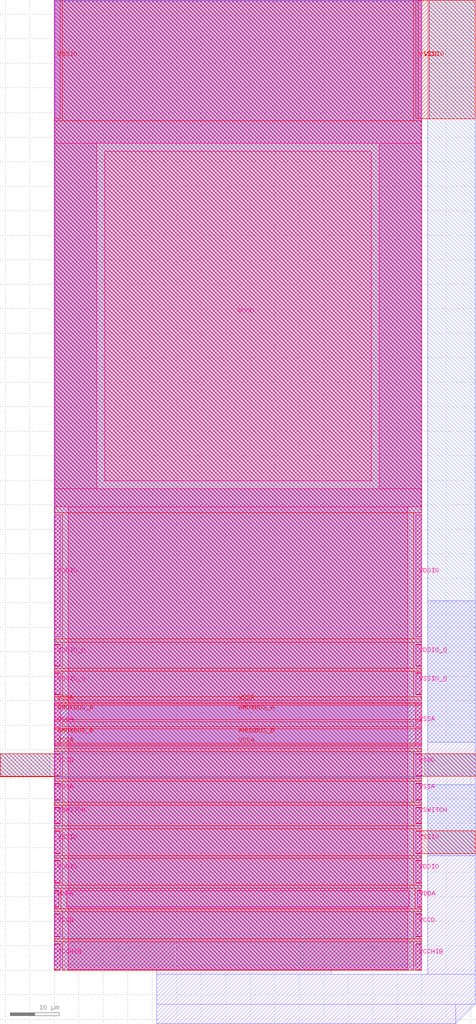
<source format=lef>
VERSION 5.7 ;
  NOWIREEXTENSIONATPIN ON ;
  DIVIDERCHAR "/" ;
  BUSBITCHARS "[]" ;
MACRO sky130_ef_io__vccd_lvc_clamped_pad
  CLASS PAD POWER ;
  FOREIGN sky130_ef_io__vccd_lvc_clamped_pad ;
  ORIGIN 0.000 0.000 ;
  SIZE 75.000 BY 197.965 ;
  PIN AMUXBUS_A
    DIRECTION INOUT ;
    USE SIGNAL ;
    PORT
      LAYER met4 ;
        RECT 0.000 51.090 75.000 54.070 ;
    END
    PORT
      LAYER met4 ;
        RECT 0.000 51.090 1.270 54.070 ;
    END
  END AMUXBUS_A
  PIN AMUXBUS_B
    DIRECTION INOUT ;
    USE SIGNAL ;
    PORT
      LAYER met4 ;
        RECT 0.000 46.330 75.000 49.310 ;
    END
    PORT
      LAYER met4 ;
        RECT 0.000 46.330 1.270 49.310 ;
    END
  END AMUXBUS_B
  PIN VSSA
    DIRECTION INOUT ;
    USE GROUND ;
    PORT
      LAYER met5 ;
        RECT 73.730 45.700 75.000 54.700 ;
    END
    PORT
      LAYER met5 ;
        RECT 73.730 34.805 75.000 38.050 ;
    END
    PORT
      LAYER met5 ;
        RECT 0.000 45.700 1.270 54.700 ;
    END
    PORT
      LAYER met5 ;
        RECT 0.000 34.805 1.270 38.050 ;
    END
    PORT
      LAYER met4 ;
        RECT 73.730 49.610 75.000 50.790 ;
    END
    PORT
      LAYER met4 ;
        RECT 0.000 54.370 75.000 54.700 ;
    END
    PORT
      LAYER met4 ;
        RECT 0.000 45.700 75.000 46.030 ;
    END
    PORT
      LAYER met4 ;
        RECT 73.730 34.700 75.000 38.150 ;
    END
    PORT
      LAYER met4 ;
        RECT 0.000 45.700 1.270 46.030 ;
    END
    PORT
      LAYER met4 ;
        RECT 0.000 49.610 1.270 50.790 ;
    END
    PORT
      LAYER met4 ;
        RECT 0.000 54.370 1.270 54.700 ;
    END
    PORT
      LAYER met4 ;
        RECT 0.000 34.700 1.270 38.150 ;
    END
  END VSSA
  PIN VDDA
    DIRECTION INOUT ;
    USE POWER ;
    PORT
      LAYER met5 ;
        RECT 74.035 13.000 75.000 16.250 ;
    END
    PORT
      LAYER met5 ;
        RECT 0.000 13.000 0.965 16.250 ;
    END
    PORT
      LAYER met4 ;
        RECT 74.035 12.900 75.000 16.350 ;
    END
    PORT
      LAYER met4 ;
        RECT 0.000 12.900 0.965 16.350 ;
    END
  END VDDA
  PIN VSWITCH
    DIRECTION INOUT ;
    USE POWER ;
    PORT
      LAYER met5 ;
        RECT 73.730 29.950 75.000 33.200 ;
    END
    PORT
      LAYER met5 ;
        RECT 0.000 29.950 1.270 33.200 ;
    END
    PORT
      LAYER met4 ;
        RECT 73.730 29.850 75.000 33.300 ;
    END
    PORT
      LAYER met4 ;
        RECT 0.000 29.850 1.270 33.300 ;
    END
  END VSWITCH
  PIN VDDIO_Q
    DIRECTION INOUT ;
    USE POWER ;
    PORT
      LAYER met5 ;
        RECT 73.730 62.150 75.000 66.400 ;
    END
    PORT
      LAYER met5 ;
        RECT 0.000 62.150 1.270 66.400 ;
    END
    PORT
      LAYER met4 ;
        RECT 73.730 62.050 75.000 66.500 ;
    END
    PORT
      LAYER met4 ;
        RECT 0.000 62.050 1.270 66.500 ;
    END
  END VDDIO_Q
  PIN VCCHIB
    DIRECTION INOUT ;
    USE POWER ;
    PORT
      LAYER met5 ;
        RECT 73.730 0.100 75.000 5.350 ;
    END
    PORT
      LAYER met5 ;
        RECT 0.000 0.100 1.270 5.350 ;
    END
    PORT
      LAYER met4 ;
        RECT 73.730 0.000 75.000 5.450 ;
    END
    PORT
      LAYER met4 ;
        RECT 0.000 0.000 1.270 5.450 ;
    END
  END VCCHIB
  PIN VDDIO
    DIRECTION INOUT ;
    USE POWER ;
    PORT
      LAYER met5 ;
        RECT 73.730 68.000 75.000 92.950 ;
    END
    PORT
      LAYER met5 ;
        RECT 73.730 17.850 75.000 22.300 ;
    END
    PORT
      LAYER met5 ;
        RECT 0.000 68.000 1.270 92.950 ;
    END
    PORT
      LAYER met5 ;
        RECT 0.000 17.850 1.270 22.300 ;
    END
    PORT
      LAYER met4 ;
        RECT 73.730 17.750 75.000 22.400 ;
    END
    PORT
      LAYER met4 ;
        RECT 73.730 68.000 75.000 92.965 ;
    END
    PORT
      LAYER met4 ;
        RECT 0.000 17.750 1.270 22.400 ;
    END
    PORT
      LAYER met4 ;
        RECT 0.000 68.000 1.270 92.965 ;
    END
  END VDDIO
  PIN VCCD
    DIRECTION INOUT ;
    USE POWER ;
    PORT
      LAYER met5 ;
        RECT 10.270 99.865 64.670 167.130 ;
    END
    PORT
      LAYER met3 ;
        RECT 50.755 -0.035 74.700 6.865 ;
    END
    PORT
      LAYER met3 ;
        RECT 0.500 -0.035 24.500 6.865 ;
    END
    PORT
      LAYER met5 ;
        RECT 73.730 6.950 75.000 11.400 ;
    END
    PORT
      LAYER met5 ;
        RECT 0.000 6.950 1.270 11.400 ;
    END
    PORT
      LAYER met4 ;
        RECT 73.730 6.850 75.000 11.500 ;
    END
    PORT
      LAYER met4 ;
        RECT 0.000 6.850 1.270 11.500 ;
    END
  END VCCD
  PIN VSSIO
    DIRECTION INOUT ;
    USE GROUND ;
    PORT
      LAYER met4 ;
        RECT 74.225 173.750 76.470 197.930 ;
    END
    PORT
      LAYER met4 ;
        RECT 0.000 173.750 1.205 197.965 ;
    END
    PORT
      LAYER met5 ;
        RECT 73.730 23.900 75.000 28.350 ;
    END
    PORT
      LAYER met5 ;
        RECT 0.000 23.900 1.270 28.350 ;
    END
    PORT
      LAYER met4 ;
        RECT 73.730 23.800 75.000 28.450 ;
    END
    PORT
      LAYER met4 ;
        RECT 73.730 173.750 75.000 197.965 ;
    END
    PORT
      LAYER met4 ;
        RECT 0.000 173.750 1.270 197.965 ;
    END
    PORT
      LAYER met4 ;
        RECT 0.000 23.800 1.270 28.450 ;
    END
  END VSSIO
  PIN VSSD
    DIRECTION INOUT ;
    USE GROUND ;
    PORT
      LAYER met5 ;
        RECT 73.730 39.650 75.000 44.100 ;
    END
    PORT
      LAYER met5 ;
        RECT 0.000 39.650 1.270 44.100 ;
    END
    PORT
      LAYER met4 ;
        RECT 73.730 39.550 75.000 44.200 ;
    END
    PORT
      LAYER met4 ;
        RECT 0.000 39.550 1.270 44.200 ;
    END
  END VSSD
  PIN VSSIO_Q
    DIRECTION INOUT ;
    USE GROUND ;
    PORT
      LAYER met5 ;
        RECT 73.730 56.300 75.000 60.550 ;
    END
    PORT
      LAYER met5 ;
        RECT 0.000 56.300 1.270 60.550 ;
    END
    PORT
      LAYER met4 ;
        RECT 73.730 56.200 75.000 60.650 ;
    END
    PORT
      LAYER met4 ;
        RECT 0.000 56.200 1.270 60.650 ;
    END
  END VSSIO_Q
  OBS
      LAYER li1 ;
        RECT 0.240 0.985 74.755 197.745 ;
      LAYER met1 ;
        RECT 0.120 0.000 75.000 197.805 ;
        RECT 16.655 -0.035 56.565 0.000 ;
        RECT 20.925 -0.815 56.565 -0.035 ;
        RECT 76.200 -0.815 85.935 75.350 ;
        RECT 20.925 -6.920 85.935 -0.815 ;
        RECT 20.925 -10.920 81.935 -6.920 ;
        POLYGON 81.935 -6.920 85.935 -6.920 81.935 -10.920 ;
      LAYER met2 ;
        RECT 0.000 44.200 75.000 197.930 ;
        RECT 76.200 46.560 85.935 197.930 ;
        RECT 0.000 44.165 86.140 44.200 ;
        RECT -10.975 39.550 86.140 44.165 ;
        RECT -10.975 39.515 75.000 39.550 ;
        RECT 0.000 0.000 75.000 39.515 ;
        RECT 76.200 23.390 85.935 37.800 ;
        RECT 0.500 -0.035 20.495 0.000 ;
        RECT 20.925 -0.035 53.535 0.000 ;
        RECT 54.095 -0.035 74.700 0.000 ;
      LAYER met3 ;
        RECT -10.975 39.515 -0.895 44.165 ;
        RECT 0.000 7.265 75.000 197.930 ;
        RECT 76.200 173.715 85.935 197.930 ;
        RECT 75.605 39.550 86.140 44.200 ;
        RECT 76.200 23.765 85.935 28.415 ;
        RECT 0.000 0.000 0.100 7.265 ;
        RECT 24.900 0.000 50.355 7.265 ;
        RECT 26.000 -0.035 36.880 0.000 ;
        RECT 38.380 -0.035 49.255 0.000 ;
      LAYER met4 ;
        RECT 1.670 173.350 73.330 197.965 ;
        RECT 76.470 173.750 85.935 197.930 ;
        RECT 74.785 173.715 85.935 173.750 ;
        RECT 0.000 93.365 75.000 173.350 ;
        RECT 1.670 67.600 73.330 93.365 ;
        RECT 0.000 66.900 75.000 67.600 ;
        RECT 1.670 61.650 73.330 66.900 ;
        RECT 0.000 61.050 75.000 61.650 ;
        RECT 1.670 55.800 73.330 61.050 ;
        RECT 0.000 55.100 75.000 55.800 ;
        RECT 1.670 49.710 73.330 50.690 ;
        RECT 0.000 44.600 75.000 45.300 ;
        RECT -10.975 39.550 0.000 44.165 ;
        RECT -10.975 39.515 0.070 39.550 ;
        RECT 1.670 39.150 73.330 44.600 ;
        RECT 75.000 39.550 86.140 44.200 ;
        RECT 0.000 38.550 75.000 39.150 ;
        RECT 1.670 34.300 73.330 38.550 ;
        RECT 0.000 33.700 75.000 34.300 ;
        RECT 1.670 29.450 73.330 33.700 ;
        RECT 0.000 28.850 75.000 29.450 ;
        RECT 1.670 23.400 73.330 28.850 ;
        RECT 75.000 23.800 85.935 28.415 ;
        RECT 74.935 23.765 85.935 23.800 ;
        RECT 0.000 22.800 75.000 23.400 ;
        RECT 1.670 17.350 73.330 22.800 ;
        RECT 0.000 16.750 75.000 17.350 ;
        RECT 1.365 12.500 73.635 16.750 ;
        RECT 0.000 11.900 75.000 12.500 ;
        RECT 1.670 6.450 73.330 11.900 ;
        RECT 0.000 5.850 75.000 6.450 ;
        RECT 1.670 0.000 73.330 5.850 ;
      LAYER met5 ;
        RECT 0.000 168.730 75.000 197.965 ;
        RECT 0.000 98.265 8.670 168.730 ;
        RECT 66.270 98.265 75.000 168.730 ;
        RECT 0.000 94.550 75.000 98.265 ;
        RECT 2.870 16.250 72.130 94.550 ;
        RECT 2.565 13.000 72.435 16.250 ;
        RECT 2.870 0.100 72.130 13.000 ;
  END
END sky130_ef_io__vccd_lvc_clamped_pad
END LIBRARY


</source>
